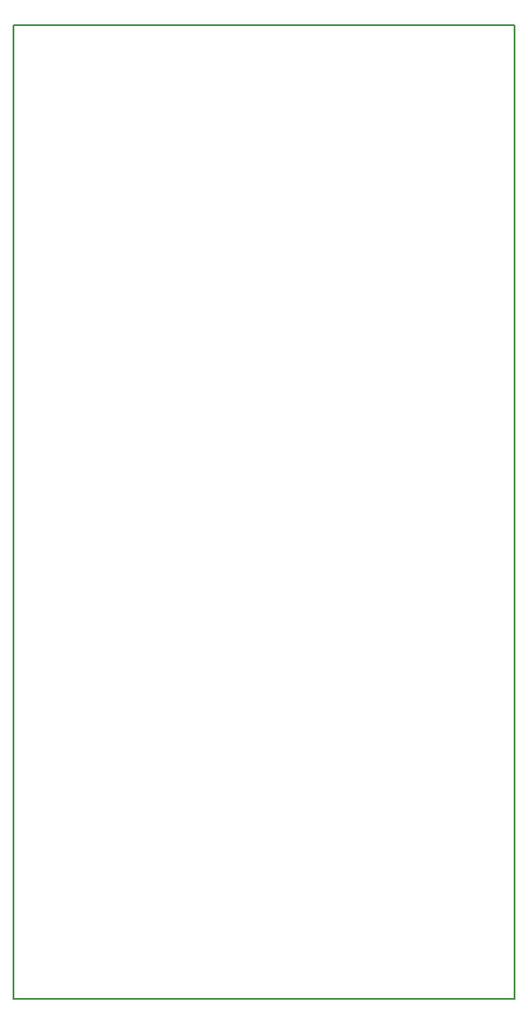
<source format=gbr>
G04 #@! TF.GenerationSoftware,KiCad,Pcbnew,(5.0.1)-3*
G04 #@! TF.CreationDate,2021-04-08T14:22:07+02:00*
G04 #@! TF.ProjectId,MAN_Motor_Drivers,4D414E5F4D6F746F725F447269766572,rev?*
G04 #@! TF.SameCoordinates,Original*
G04 #@! TF.FileFunction,Profile,NP*
%FSLAX46Y46*%
G04 Gerber Fmt 4.6, Leading zero omitted, Abs format (unit mm)*
G04 Created by KiCad (PCBNEW (5.0.1)-3) date 08.04.2021 14:22:07*
%MOMM*%
%LPD*%
G01*
G04 APERTURE LIST*
%ADD10C,0.150000*%
G04 APERTURE END LIST*
D10*
X134750000Y-110250000D02*
X134750000Y-18500000D01*
X182000000Y-110250000D02*
X134750000Y-110250000D01*
X182000000Y-18500000D02*
X182000000Y-110250000D01*
X134750000Y-18500000D02*
X182000000Y-18500000D01*
M02*

</source>
